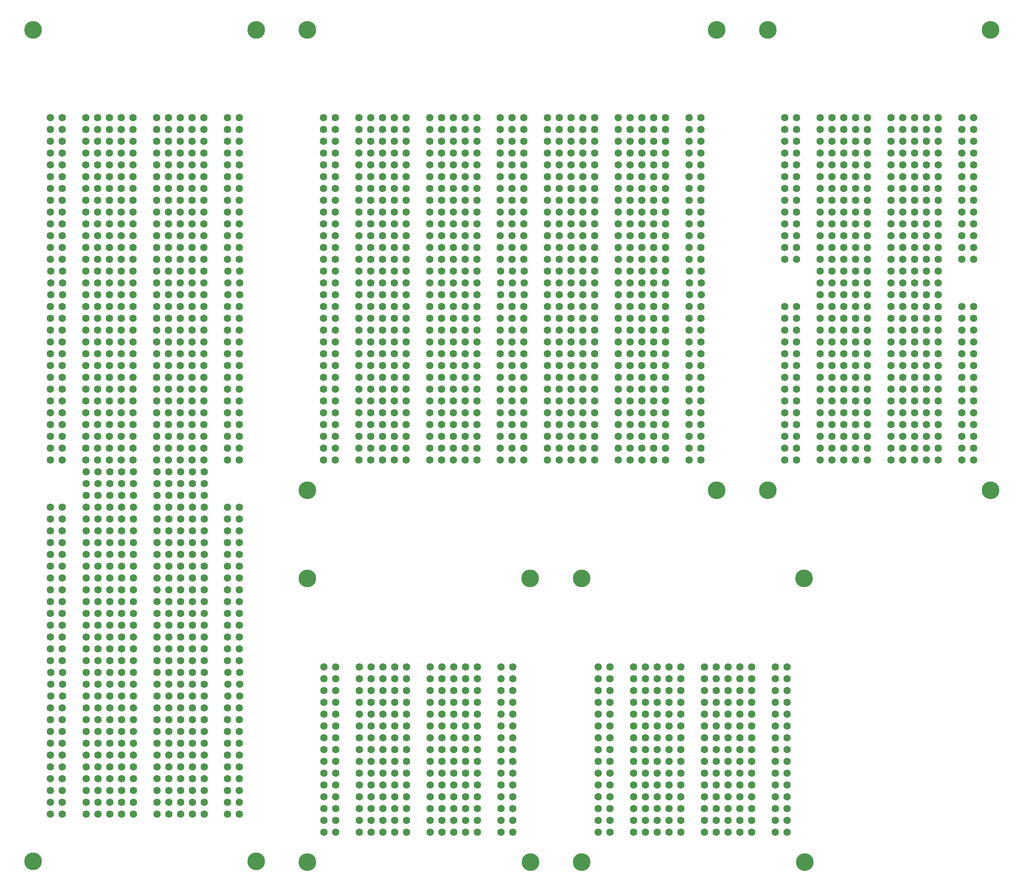
<source format=gbl>
G04 #@! TF.GenerationSoftware,KiCad,Pcbnew,8.0.2*
G04 #@! TF.CreationDate,2024-05-07T14:07:03-06:00*
G04 #@! TF.ProjectId,Perfboard_Panel,50657266-626f-4617-9264-5f50616e656c,rev?*
G04 #@! TF.SameCoordinates,Original*
G04 #@! TF.FileFunction,Copper,L2,Bot*
G04 #@! TF.FilePolarity,Positive*
%FSLAX46Y46*%
G04 Gerber Fmt 4.6, Leading zero omitted, Abs format (unit mm)*
G04 Created by KiCad (PCBNEW 8.0.2) date 2024-05-07 14:07:03*
%MOMM*%
%LPD*%
G01*
G04 APERTURE LIST*
G04 #@! TA.AperFunction,ComponentPad*
%ADD10C,1.600000*%
G04 #@! TD*
G04 #@! TA.AperFunction,ComponentPad*
%ADD11C,2.600000*%
G04 #@! TD*
G04 #@! TA.AperFunction,ConnectorPad*
%ADD12C,3.800000*%
G04 #@! TD*
G04 APERTURE END LIST*
D10*
X107580000Y-105440000D03*
X229700000Y-113040000D03*
X69160000Y-87640000D03*
X140540000Y-118140000D03*
X64140000Y-191780000D03*
X163400000Y-130840000D03*
X64080000Y-133360000D03*
X56460000Y-110500000D03*
X38680000Y-110500000D03*
X196680000Y-138440000D03*
X97420000Y-105440000D03*
X76780000Y-115580000D03*
X61540000Y-123200000D03*
X112660000Y-82580000D03*
X46300000Y-90180000D03*
X69220000Y-174000000D03*
X176100000Y-128300000D03*
X125480000Y-213440000D03*
X51380000Y-69860000D03*
X211920000Y-102880000D03*
X48840000Y-133360000D03*
X211920000Y-77480000D03*
X71760000Y-168920000D03*
X138180000Y-188040000D03*
X125360000Y-125760000D03*
X48840000Y-138440000D03*
X115320000Y-223600000D03*
X184480000Y-195660000D03*
X76780000Y-219720000D03*
X214460000Y-85100000D03*
X76780000Y-92720000D03*
X112660000Y-120680000D03*
X105040000Y-141000000D03*
X69220000Y-191780000D03*
X135640000Y-198200000D03*
X130440000Y-69880000D03*
X107580000Y-95280000D03*
X234780000Y-87640000D03*
X76780000Y-140980000D03*
X237320000Y-92720000D03*
X76780000Y-135900000D03*
X110120000Y-80040000D03*
X211920000Y-115580000D03*
X127900000Y-107980000D03*
X150700000Y-85120000D03*
X176100000Y-125760000D03*
X66680000Y-161300000D03*
X229700000Y-128280000D03*
X229700000Y-85100000D03*
X168480000Y-141000000D03*
X168480000Y-105440000D03*
X237320000Y-133360000D03*
X76780000Y-156220000D03*
X99960000Y-125760000D03*
X197180000Y-213440000D03*
X229700000Y-90180000D03*
X122820000Y-74960000D03*
X120280000Y-80040000D03*
X66680000Y-207020000D03*
X211920000Y-125740000D03*
X234780000Y-69860000D03*
X224620000Y-107960000D03*
X140540000Y-115600000D03*
X110120000Y-107980000D03*
X110120000Y-69880000D03*
X69160000Y-118120000D03*
X171020000Y-125760000D03*
X176100000Y-90200000D03*
X66680000Y-214640000D03*
X122820000Y-118140000D03*
X237320000Y-135900000D03*
X48900000Y-146060000D03*
X64080000Y-87640000D03*
X125360000Y-120680000D03*
D11*
X193000000Y-51000000D03*
D12*
X193000000Y-51000000D03*
D10*
X66680000Y-186700000D03*
X48840000Y-90180000D03*
X153240000Y-90200000D03*
X237320000Y-90180000D03*
X219540000Y-128280000D03*
X150700000Y-133380000D03*
X174320000Y-190580000D03*
X166700000Y-190580000D03*
X219540000Y-138440000D03*
X71760000Y-148600000D03*
X168480000Y-128300000D03*
X148160000Y-125760000D03*
X156540000Y-198200000D03*
X135640000Y-218520000D03*
X105160000Y-215980000D03*
X64080000Y-120660000D03*
X156540000Y-221060000D03*
X64080000Y-123200000D03*
X150700000Y-141000000D03*
X97420000Y-133380000D03*
X148160000Y-69880000D03*
X71700000Y-105420000D03*
X46300000Y-115580000D03*
X125360000Y-85120000D03*
X165940000Y-87660000D03*
X48840000Y-110500000D03*
X165940000Y-74960000D03*
X138000000Y-100360000D03*
X56520000Y-148600000D03*
X153240000Y-87660000D03*
X184480000Y-210900000D03*
X227160000Y-77480000D03*
X66620000Y-69860000D03*
X189560000Y-203280000D03*
X64080000Y-115580000D03*
X128020000Y-198200000D03*
X145620000Y-90200000D03*
X209380000Y-95260000D03*
X130440000Y-105440000D03*
X115200000Y-135920000D03*
X160860000Y-77500000D03*
X64140000Y-189240000D03*
X229700000Y-110500000D03*
X135460000Y-72420000D03*
X76780000Y-74940000D03*
X165940000Y-130840000D03*
X122820000Y-107980000D03*
X61600000Y-166380000D03*
X171020000Y-97820000D03*
X138180000Y-198200000D03*
X56460000Y-115580000D03*
X61600000Y-176540000D03*
X56520000Y-209560000D03*
X127900000Y-74960000D03*
X69160000Y-140980000D03*
X76780000Y-133360000D03*
X171020000Y-69880000D03*
X69220000Y-201940000D03*
X107580000Y-120680000D03*
X53980000Y-171460000D03*
X189560000Y-193120000D03*
X41220000Y-120660000D03*
X56460000Y-100340000D03*
X204300000Y-77480000D03*
X64140000Y-212100000D03*
X105160000Y-208360000D03*
X155780000Y-118140000D03*
X48900000Y-156220000D03*
X209380000Y-100340000D03*
X196680000Y-128280000D03*
X168480000Y-110520000D03*
X165940000Y-69880000D03*
X53920000Y-110500000D03*
X97420000Y-128300000D03*
X171780000Y-195660000D03*
X211920000Y-123200000D03*
X196680000Y-97800000D03*
X166700000Y-215980000D03*
X97540000Y-218520000D03*
X51440000Y-204480000D03*
X138000000Y-92740000D03*
X53920000Y-100340000D03*
X178640000Y-115600000D03*
X130440000Y-128300000D03*
X61540000Y-107960000D03*
X38740000Y-191780000D03*
X107580000Y-138460000D03*
X163400000Y-102900000D03*
X196680000Y-69860000D03*
X66620000Y-125740000D03*
X135460000Y-143540000D03*
X194640000Y-215980000D03*
X110120000Y-120680000D03*
X100080000Y-188040000D03*
X155780000Y-80040000D03*
X229700000Y-80020000D03*
X160860000Y-110520000D03*
X48900000Y-207020000D03*
X169240000Y-218520000D03*
X71700000Y-95260000D03*
X38680000Y-184160000D03*
X229700000Y-72400000D03*
X107700000Y-198200000D03*
X79320000Y-133360000D03*
X209380000Y-118120000D03*
X181940000Y-195660000D03*
X61540000Y-143520000D03*
X155780000Y-72420000D03*
X206840000Y-120660000D03*
X145620000Y-110520000D03*
X150700000Y-100360000D03*
X224620000Y-92720000D03*
X112780000Y-213440000D03*
X224620000Y-125740000D03*
X97420000Y-113060000D03*
X199220000Y-97800000D03*
X237320000Y-130820000D03*
X105040000Y-138460000D03*
X237320000Y-128280000D03*
X159080000Y-188040000D03*
X105040000Y-80040000D03*
X219540000Y-80020000D03*
X214460000Y-138440000D03*
X211920000Y-74940000D03*
X196680000Y-82560000D03*
X197180000Y-193120000D03*
X56520000Y-212100000D03*
X214460000Y-90180000D03*
X153240000Y-92740000D03*
X165940000Y-113060000D03*
X112780000Y-195660000D03*
X51440000Y-146060000D03*
X237320000Y-69860000D03*
X53980000Y-146060000D03*
X120280000Y-107980000D03*
X176100000Y-92740000D03*
X61540000Y-105420000D03*
X64080000Y-143520000D03*
X130560000Y-208360000D03*
X206840000Y-123200000D03*
X196680000Y-87640000D03*
X125360000Y-87660000D03*
X112660000Y-141000000D03*
X38680000Y-80020000D03*
X166700000Y-213440000D03*
X41220000Y-133360000D03*
X69220000Y-171460000D03*
X138000000Y-87660000D03*
X153240000Y-118140000D03*
X51440000Y-184160000D03*
X138000000Y-138460000D03*
X153240000Y-130840000D03*
X100080000Y-200740000D03*
X187020000Y-193120000D03*
X204300000Y-90180000D03*
X120280000Y-113060000D03*
X163400000Y-74960000D03*
X214460000Y-95260000D03*
X160860000Y-80040000D03*
X148160000Y-107980000D03*
X66620000Y-80020000D03*
X107580000Y-128300000D03*
X122820000Y-72420000D03*
X174320000Y-208360000D03*
X234780000Y-80020000D03*
X168480000Y-143540000D03*
X209380000Y-130820000D03*
X38680000Y-82560000D03*
D11*
X94000000Y-169000000D03*
D12*
X94000000Y-169000000D03*
D10*
X214460000Y-135900000D03*
X110240000Y-218520000D03*
X128020000Y-210900000D03*
X153240000Y-97820000D03*
X163400000Y-105440000D03*
X163400000Y-100360000D03*
X196680000Y-72400000D03*
X76780000Y-181620000D03*
X219540000Y-95260000D03*
X100080000Y-195660000D03*
X184480000Y-221060000D03*
X110120000Y-95280000D03*
X112660000Y-85120000D03*
X224620000Y-97800000D03*
X61540000Y-125740000D03*
X214460000Y-110500000D03*
X56460000Y-77480000D03*
X169240000Y-198200000D03*
X53920000Y-128280000D03*
X138180000Y-215980000D03*
X79320000Y-115580000D03*
X211920000Y-100340000D03*
X159080000Y-205820000D03*
X79320000Y-92720000D03*
X48900000Y-171460000D03*
X165940000Y-97820000D03*
X125480000Y-210900000D03*
X112780000Y-205820000D03*
X105160000Y-193120000D03*
X51380000Y-107960000D03*
X112660000Y-97820000D03*
X56460000Y-69860000D03*
X56460000Y-74940000D03*
X51380000Y-143520000D03*
X46300000Y-72400000D03*
D11*
X94000000Y-230000000D03*
D12*
X94000000Y-230000000D03*
D10*
X56520000Y-146060000D03*
X206840000Y-110500000D03*
X112660000Y-107980000D03*
X46300000Y-133360000D03*
X51440000Y-194320000D03*
X127900000Y-105440000D03*
X153240000Y-123220000D03*
X166700000Y-208360000D03*
X46300000Y-110500000D03*
X99960000Y-92740000D03*
X115200000Y-130840000D03*
X224620000Y-100340000D03*
X179400000Y-188040000D03*
X64080000Y-102880000D03*
X120400000Y-205820000D03*
X97540000Y-210900000D03*
X51380000Y-74940000D03*
X206840000Y-135900000D03*
X112660000Y-135920000D03*
X122940000Y-193120000D03*
X169240000Y-188040000D03*
X150700000Y-135920000D03*
X69220000Y-166380000D03*
X204300000Y-143520000D03*
X99960000Y-133380000D03*
X99960000Y-120680000D03*
X41220000Y-168920000D03*
X204300000Y-72400000D03*
X38680000Y-97800000D03*
X229700000Y-77480000D03*
X38680000Y-87640000D03*
X56520000Y-166380000D03*
X125480000Y-200740000D03*
X53920000Y-69860000D03*
X41280000Y-105420000D03*
X120400000Y-190580000D03*
X105160000Y-190580000D03*
X179400000Y-223600000D03*
X61600000Y-148600000D03*
X122820000Y-87660000D03*
X229700000Y-102880000D03*
X184480000Y-218520000D03*
X41280000Y-194320000D03*
X130440000Y-97820000D03*
X229700000Y-105420000D03*
X135640000Y-210900000D03*
X127900000Y-69880000D03*
X105160000Y-200740000D03*
X48900000Y-191780000D03*
X48900000Y-153680000D03*
X41220000Y-201940000D03*
X122940000Y-221060000D03*
X66620000Y-113040000D03*
X97420000Y-118140000D03*
X214460000Y-80020000D03*
X115320000Y-198200000D03*
X199220000Y-135900000D03*
X164160000Y-210900000D03*
X145620000Y-87660000D03*
X99960000Y-90200000D03*
X181940000Y-221060000D03*
X171780000Y-190580000D03*
X110240000Y-215980000D03*
X153240000Y-115600000D03*
X199220000Y-118120000D03*
X112780000Y-198200000D03*
X194640000Y-210900000D03*
X199220000Y-77480000D03*
X130440000Y-100360000D03*
X130440000Y-113060000D03*
X56520000Y-196860000D03*
X105160000Y-210900000D03*
X110120000Y-113060000D03*
X53980000Y-209560000D03*
X64080000Y-130820000D03*
X69220000Y-156220000D03*
X237320000Y-82560000D03*
X159080000Y-218520000D03*
X66620000Y-85100000D03*
X197180000Y-218520000D03*
D11*
X83000000Y-229880000D03*
D12*
X83000000Y-229880000D03*
D10*
X105040000Y-113060000D03*
X156540000Y-188040000D03*
X115200000Y-97820000D03*
X41220000Y-113040000D03*
X71700000Y-72400000D03*
X125480000Y-218520000D03*
X229700000Y-130820000D03*
X61600000Y-184160000D03*
X64140000Y-168920000D03*
X153240000Y-110520000D03*
X125480000Y-203280000D03*
X237320000Y-118120000D03*
X209380000Y-102880000D03*
X227160000Y-120660000D03*
X214460000Y-102880000D03*
X194640000Y-213440000D03*
X138060000Y-105440000D03*
X211920000Y-85100000D03*
X97420000Y-123220000D03*
X165940000Y-138460000D03*
X110120000Y-133380000D03*
X148160000Y-105440000D03*
X125480000Y-195660000D03*
X171780000Y-221060000D03*
X51440000Y-161300000D03*
X53980000Y-151140000D03*
X76780000Y-209560000D03*
X64140000Y-214640000D03*
X99960000Y-72420000D03*
X222080000Y-82560000D03*
X53980000Y-163840000D03*
X38680000Y-92720000D03*
X181940000Y-215980000D03*
X41220000Y-74940000D03*
X56460000Y-72400000D03*
X219540000Y-77480000D03*
X46360000Y-196860000D03*
X153240000Y-143540000D03*
X51380000Y-85100000D03*
X187020000Y-215980000D03*
D12*
X182000000Y-51000000D03*
D11*
X182000000Y-51000000D03*
D10*
X227160000Y-135900000D03*
X178640000Y-118140000D03*
X38680000Y-130820000D03*
X181940000Y-208360000D03*
X197180000Y-205820000D03*
X168480000Y-87660000D03*
X71760000Y-171460000D03*
X79320000Y-87640000D03*
X53920000Y-82560000D03*
X105040000Y-90200000D03*
X168480000Y-120680000D03*
X69160000Y-72400000D03*
D11*
X193000000Y-150000000D03*
D12*
X193000000Y-150000000D03*
D10*
X127900000Y-77500000D03*
X176100000Y-69880000D03*
X145620000Y-107980000D03*
X66620000Y-77480000D03*
X79380000Y-189240000D03*
X214460000Y-115580000D03*
X71760000Y-176540000D03*
X48840000Y-82560000D03*
X56520000Y-156220000D03*
X127900000Y-87660000D03*
X160860000Y-107980000D03*
X128020000Y-208360000D03*
X79380000Y-194320000D03*
X38680000Y-168920000D03*
X41220000Y-143520000D03*
X227160000Y-123200000D03*
X160860000Y-133380000D03*
X38680000Y-204480000D03*
X150700000Y-102900000D03*
X168480000Y-80040000D03*
X169240000Y-200740000D03*
X222080000Y-135900000D03*
X224620000Y-110500000D03*
X150700000Y-113060000D03*
X61540000Y-133360000D03*
X76780000Y-163840000D03*
X51380000Y-135900000D03*
X107700000Y-195660000D03*
X41220000Y-166380000D03*
X166700000Y-223600000D03*
X61540000Y-77480000D03*
X112780000Y-188040000D03*
X176100000Y-74960000D03*
X227160000Y-102880000D03*
X234780000Y-140980000D03*
X130560000Y-200740000D03*
X71700000Y-69860000D03*
X41220000Y-171460000D03*
X115200000Y-110520000D03*
X153240000Y-72420000D03*
X48840000Y-130820000D03*
X41220000Y-85100000D03*
X120280000Y-110520000D03*
X48900000Y-176540000D03*
X209380000Y-80020000D03*
X178700000Y-102900000D03*
X56460000Y-113040000D03*
X140540000Y-97820000D03*
X127900000Y-135920000D03*
X150700000Y-69880000D03*
X71760000Y-196860000D03*
X135460000Y-97820000D03*
X53920000Y-80020000D03*
X148160000Y-141000000D03*
X53980000Y-179080000D03*
X38680000Y-199400000D03*
X199220000Y-80020000D03*
X140600000Y-105440000D03*
X76840000Y-194320000D03*
X155780000Y-128300000D03*
X156540000Y-190580000D03*
X204300000Y-110500000D03*
X179400000Y-208360000D03*
X76780000Y-158760000D03*
X46300000Y-140980000D03*
X97540000Y-200740000D03*
X153240000Y-80040000D03*
X79320000Y-174000000D03*
X209380000Y-123200000D03*
X199220000Y-138440000D03*
X160860000Y-128300000D03*
X204300000Y-69860000D03*
X155780000Y-69880000D03*
X209380000Y-87640000D03*
X174320000Y-210900000D03*
X140540000Y-87660000D03*
X214460000Y-82560000D03*
X76780000Y-85100000D03*
X105040000Y-143540000D03*
X204300000Y-140980000D03*
X100080000Y-215980000D03*
X135460000Y-69880000D03*
X194640000Y-188040000D03*
X127900000Y-130840000D03*
X71760000Y-219720000D03*
X41220000Y-196860000D03*
X153240000Y-105440000D03*
X224620000Y-143520000D03*
X125360000Y-74960000D03*
X46300000Y-87640000D03*
X211920000Y-95260000D03*
X176100000Y-110520000D03*
X79320000Y-95260000D03*
X79320000Y-74940000D03*
X46360000Y-171460000D03*
X130440000Y-102900000D03*
X168480000Y-72420000D03*
X237320000Y-138440000D03*
X155780000Y-133380000D03*
X166700000Y-205820000D03*
X196680000Y-123200000D03*
X168480000Y-130840000D03*
X71700000Y-130820000D03*
X107580000Y-69880000D03*
X56520000Y-219720000D03*
X110120000Y-110520000D03*
X163400000Y-107980000D03*
X107700000Y-188040000D03*
X120280000Y-125760000D03*
X61600000Y-161300000D03*
X145620000Y-85120000D03*
X125360000Y-100360000D03*
X76780000Y-110500000D03*
X46360000Y-161300000D03*
X138000000Y-110520000D03*
X222080000Y-105420000D03*
X125360000Y-77500000D03*
X79380000Y-102880000D03*
X112660000Y-102900000D03*
X206840000Y-133360000D03*
X165940000Y-80040000D03*
X69220000Y-176540000D03*
X130440000Y-85120000D03*
X229700000Y-100340000D03*
X209380000Y-110500000D03*
X105040000Y-100360000D03*
X56520000Y-158760000D03*
X155780000Y-115600000D03*
X112660000Y-77500000D03*
X53980000Y-158760000D03*
X135640000Y-221060000D03*
X97540000Y-215980000D03*
X41220000Y-123200000D03*
X107580000Y-125760000D03*
X110120000Y-143540000D03*
X107700000Y-205820000D03*
X234780000Y-135900000D03*
X69160000Y-110500000D03*
X222080000Y-110500000D03*
X138180000Y-221060000D03*
X46360000Y-191780000D03*
X38680000Y-95260000D03*
X115200000Y-141000000D03*
X148160000Y-130840000D03*
X168480000Y-69880000D03*
X138180000Y-193120000D03*
X48840000Y-113040000D03*
X71700000Y-113040000D03*
X127900000Y-110520000D03*
X155780000Y-74960000D03*
D11*
X142000000Y-230000000D03*
D12*
X142000000Y-230000000D03*
D10*
X66680000Y-158760000D03*
X234780000Y-120660000D03*
X148160000Y-90200000D03*
X145620000Y-69880000D03*
X46300000Y-95260000D03*
X171780000Y-198200000D03*
X71760000Y-217180000D03*
X211920000Y-87640000D03*
X51380000Y-125740000D03*
X135520000Y-107980000D03*
X148160000Y-143540000D03*
X38680000Y-163840000D03*
X234780000Y-118120000D03*
X159080000Y-203280000D03*
X48840000Y-120660000D03*
X156540000Y-215980000D03*
X64080000Y-140980000D03*
X99960000Y-102900000D03*
X120280000Y-123220000D03*
X51380000Y-123200000D03*
X115200000Y-113060000D03*
X160860000Y-143540000D03*
X150700000Y-130840000D03*
X128020000Y-205820000D03*
X181940000Y-205820000D03*
X237320000Y-97800000D03*
X97540000Y-190580000D03*
X155780000Y-123220000D03*
X227160000Y-69860000D03*
X110120000Y-141000000D03*
X51380000Y-115580000D03*
X122820000Y-82580000D03*
X120280000Y-115600000D03*
X61600000Y-181620000D03*
X229700000Y-125740000D03*
X110240000Y-200740000D03*
X64140000Y-176540000D03*
X178640000Y-90200000D03*
X41220000Y-90180000D03*
X194640000Y-223600000D03*
X135460000Y-92740000D03*
X153240000Y-120680000D03*
X155780000Y-130840000D03*
X97540000Y-195660000D03*
X222080000Y-107960000D03*
X53920000Y-135900000D03*
X163400000Y-80040000D03*
X237320000Y-113040000D03*
X178640000Y-113060000D03*
X187020000Y-208360000D03*
X51380000Y-77480000D03*
X48900000Y-199400000D03*
X127900000Y-80040000D03*
X176100000Y-133380000D03*
X138180000Y-190580000D03*
X171020000Y-72420000D03*
X61600000Y-191780000D03*
X234780000Y-115580000D03*
X197180000Y-190580000D03*
X48840000Y-80020000D03*
X56520000Y-214640000D03*
X38740000Y-107960000D03*
X99960000Y-95280000D03*
X48840000Y-105420000D03*
X127900000Y-82580000D03*
X38680000Y-153680000D03*
X194640000Y-198200000D03*
X56520000Y-171460000D03*
X199220000Y-110500000D03*
X169240000Y-208360000D03*
X38680000Y-138440000D03*
X97420000Y-120680000D03*
X125360000Y-69880000D03*
X112660000Y-143540000D03*
X199220000Y-72400000D03*
X110240000Y-208360000D03*
X61600000Y-151140000D03*
X53920000Y-120660000D03*
X130440000Y-115600000D03*
X155780000Y-107980000D03*
X112780000Y-200740000D03*
X79320000Y-209560000D03*
X150700000Y-80040000D03*
X38680000Y-186700000D03*
X107580000Y-115600000D03*
X41220000Y-130820000D03*
X125360000Y-113060000D03*
X71760000Y-153680000D03*
X168480000Y-77500000D03*
X41220000Y-128280000D03*
X229700000Y-69860000D03*
X125360000Y-105440000D03*
X79320000Y-110500000D03*
X127900000Y-100360000D03*
X199220000Y-92720000D03*
X79320000Y-214640000D03*
X204300000Y-100340000D03*
X41220000Y-100340000D03*
X61600000Y-163840000D03*
X38740000Y-189240000D03*
X199220000Y-82560000D03*
X168480000Y-125760000D03*
X237320000Y-74940000D03*
X189560000Y-190580000D03*
X178640000Y-143540000D03*
X115320000Y-208360000D03*
X214460000Y-97800000D03*
X61600000Y-196860000D03*
X100080000Y-213440000D03*
X120280000Y-133380000D03*
X115320000Y-205820000D03*
X122940000Y-213440000D03*
X128020000Y-218520000D03*
X227160000Y-87640000D03*
X138000000Y-128300000D03*
X156540000Y-195660000D03*
X135640000Y-193120000D03*
X204300000Y-128280000D03*
X48840000Y-74940000D03*
X38680000Y-90180000D03*
X53920000Y-77480000D03*
X227160000Y-128280000D03*
X110240000Y-190580000D03*
X169240000Y-193120000D03*
X168480000Y-135920000D03*
X219540000Y-110500000D03*
X178640000Y-110520000D03*
X125360000Y-138460000D03*
X48900000Y-186700000D03*
X64080000Y-82560000D03*
X105160000Y-205820000D03*
X97420000Y-115600000D03*
X125360000Y-130840000D03*
X187020000Y-205820000D03*
X171020000Y-135920000D03*
X71760000Y-181620000D03*
X79320000Y-90180000D03*
X76780000Y-130820000D03*
X148160000Y-133380000D03*
X125360000Y-133380000D03*
X138180000Y-200740000D03*
X148160000Y-110520000D03*
X97420000Y-80040000D03*
X214460000Y-123200000D03*
X76840000Y-102880000D03*
X155780000Y-100360000D03*
X176100000Y-143540000D03*
X79320000Y-217180000D03*
X122820000Y-141000000D03*
X168480000Y-113060000D03*
X120280000Y-143540000D03*
X38680000Y-196860000D03*
X56520000Y-181620000D03*
X120400000Y-193120000D03*
X122820000Y-115600000D03*
X237320000Y-143520000D03*
X110120000Y-74960000D03*
X150700000Y-138460000D03*
X150700000Y-72420000D03*
X145620000Y-125760000D03*
X69220000Y-207020000D03*
X110120000Y-138460000D03*
X196680000Y-80020000D03*
X71700000Y-97800000D03*
X234780000Y-85100000D03*
X115320000Y-218520000D03*
X135460000Y-85120000D03*
X178640000Y-135920000D03*
X115320000Y-193120000D03*
X122820000Y-133380000D03*
X69160000Y-128280000D03*
X150700000Y-143540000D03*
X135520000Y-105440000D03*
X155780000Y-135920000D03*
X125480000Y-205820000D03*
X127900000Y-138460000D03*
X48900000Y-214640000D03*
X76840000Y-191780000D03*
X194640000Y-195660000D03*
X79320000Y-85100000D03*
X222080000Y-102880000D03*
X53980000Y-199400000D03*
X56520000Y-199400000D03*
X153240000Y-102900000D03*
X229700000Y-135900000D03*
X171780000Y-205820000D03*
X69220000Y-217180000D03*
X160860000Y-105440000D03*
X115200000Y-80040000D03*
X64080000Y-95260000D03*
X160860000Y-118140000D03*
X166700000Y-203280000D03*
X53920000Y-92720000D03*
X64140000Y-184160000D03*
X120280000Y-100360000D03*
X181940000Y-203280000D03*
X171020000Y-128300000D03*
X165940000Y-120680000D03*
X115200000Y-72420000D03*
X115200000Y-143540000D03*
X224620000Y-77480000D03*
X120280000Y-82580000D03*
X61600000Y-219720000D03*
X138000000Y-133380000D03*
X41220000Y-135900000D03*
X76780000Y-80020000D03*
X130440000Y-74960000D03*
X206840000Y-115580000D03*
X64080000Y-118120000D03*
X38680000Y-143520000D03*
X115200000Y-133380000D03*
X189560000Y-188040000D03*
X150700000Y-90200000D03*
X115200000Y-118140000D03*
X160860000Y-85120000D03*
X219540000Y-118120000D03*
X105040000Y-72420000D03*
X130560000Y-188040000D03*
X211920000Y-107960000D03*
X174320000Y-218520000D03*
X163400000Y-135920000D03*
X61600000Y-204480000D03*
X179400000Y-210900000D03*
X199220000Y-133360000D03*
X237320000Y-95260000D03*
X122820000Y-135920000D03*
X150700000Y-105440000D03*
X115200000Y-138460000D03*
X38680000Y-118120000D03*
X176160000Y-102900000D03*
X97420000Y-135920000D03*
X179400000Y-218520000D03*
X234780000Y-125740000D03*
X79320000Y-207020000D03*
X178640000Y-92740000D03*
X120280000Y-118140000D03*
X178640000Y-130840000D03*
X206840000Y-113040000D03*
X219540000Y-97800000D03*
X145620000Y-77500000D03*
X135460000Y-141000000D03*
X234780000Y-77480000D03*
X71700000Y-87640000D03*
X76780000Y-161300000D03*
X46360000Y-168920000D03*
X138180000Y-203280000D03*
X171020000Y-82580000D03*
X130560000Y-210900000D03*
X122940000Y-195660000D03*
X178640000Y-133380000D03*
X38680000Y-158760000D03*
X107700000Y-218520000D03*
X181940000Y-223600000D03*
X76780000Y-184160000D03*
X214460000Y-87640000D03*
X197180000Y-195660000D03*
X196680000Y-77480000D03*
X99960000Y-77500000D03*
X171780000Y-188040000D03*
X227160000Y-110500000D03*
X61540000Y-100340000D03*
X150700000Y-115600000D03*
X214460000Y-143520000D03*
X66620000Y-128280000D03*
X76840000Y-189240000D03*
X46360000Y-199400000D03*
X153240000Y-77500000D03*
X112660000Y-125760000D03*
X130560000Y-195660000D03*
X189560000Y-200740000D03*
X199220000Y-130820000D03*
X160860000Y-125760000D03*
X176160000Y-105440000D03*
X171020000Y-100360000D03*
X130440000Y-80040000D03*
X41220000Y-219720000D03*
X64140000Y-219720000D03*
X107700000Y-223600000D03*
X79320000Y-176540000D03*
X209380000Y-125740000D03*
X194640000Y-203280000D03*
X79320000Y-80020000D03*
X138000000Y-118140000D03*
X194640000Y-218520000D03*
X66680000Y-176540000D03*
X176160000Y-107980000D03*
X112660000Y-90200000D03*
X64080000Y-107960000D03*
X41220000Y-199400000D03*
X99960000Y-135920000D03*
X140540000Y-80040000D03*
X196680000Y-110500000D03*
X115200000Y-85120000D03*
X227160000Y-82560000D03*
X51380000Y-72400000D03*
X148160000Y-118140000D03*
X66680000Y-171460000D03*
X148160000Y-82580000D03*
X140540000Y-128300000D03*
X64140000Y-181620000D03*
X56520000Y-153680000D03*
X76780000Y-120660000D03*
X165940000Y-72420000D03*
X105040000Y-74960000D03*
X211920000Y-133360000D03*
X196680000Y-143520000D03*
X110240000Y-195660000D03*
X112660000Y-95280000D03*
X196680000Y-90180000D03*
X219540000Y-135900000D03*
X38680000Y-133360000D03*
X100080000Y-210900000D03*
X229700000Y-143520000D03*
X41220000Y-217180000D03*
X155780000Y-110520000D03*
X71700000Y-82560000D03*
X178640000Y-141000000D03*
X214460000Y-77480000D03*
X214460000Y-74940000D03*
X206840000Y-87640000D03*
X135460000Y-87660000D03*
X227160000Y-72400000D03*
X79320000Y-72400000D03*
X66680000Y-189240000D03*
X120280000Y-77500000D03*
X130440000Y-123220000D03*
X64080000Y-74940000D03*
X153240000Y-69880000D03*
X166700000Y-198200000D03*
X125480000Y-215980000D03*
X224620000Y-133360000D03*
X110240000Y-210900000D03*
X145620000Y-113060000D03*
X187020000Y-218520000D03*
X66620000Y-92720000D03*
X127900000Y-85120000D03*
X214460000Y-107960000D03*
X71700000Y-102880000D03*
X166700000Y-195660000D03*
X165940000Y-128300000D03*
X46300000Y-77480000D03*
X204300000Y-105420000D03*
X206840000Y-130820000D03*
X159080000Y-190580000D03*
X135460000Y-115600000D03*
X211920000Y-92720000D03*
X130440000Y-141000000D03*
X127900000Y-141000000D03*
X69160000Y-85100000D03*
X234780000Y-95260000D03*
X69160000Y-125740000D03*
X38680000Y-212100000D03*
X69160000Y-80020000D03*
X196680000Y-133360000D03*
X105160000Y-195660000D03*
X138180000Y-210900000D03*
X76780000Y-123200000D03*
X174320000Y-188040000D03*
X71700000Y-135900000D03*
X206840000Y-69860000D03*
X181940000Y-210900000D03*
X61600000Y-217180000D03*
X229700000Y-138440000D03*
X204300000Y-118120000D03*
X197180000Y-210900000D03*
X110120000Y-135920000D03*
X105040000Y-120680000D03*
X105040000Y-123220000D03*
X130440000Y-107980000D03*
X222080000Y-77480000D03*
X153240000Y-128300000D03*
X148160000Y-128300000D03*
X219540000Y-87640000D03*
X56520000Y-176540000D03*
X176100000Y-113060000D03*
X171020000Y-92740000D03*
X140540000Y-74960000D03*
X176100000Y-87660000D03*
X46300000Y-125740000D03*
X179400000Y-198200000D03*
X56460000Y-87640000D03*
X105040000Y-105440000D03*
X69220000Y-196860000D03*
X99960000Y-138460000D03*
X79320000Y-168920000D03*
X187020000Y-223600000D03*
X171020000Y-110520000D03*
X196680000Y-113040000D03*
X56460000Y-102880000D03*
X38680000Y-85100000D03*
X138000000Y-135920000D03*
X135640000Y-208360000D03*
X222080000Y-85100000D03*
X61540000Y-102880000D03*
X97420000Y-77500000D03*
X79380000Y-107960000D03*
X163400000Y-72420000D03*
X135460000Y-120680000D03*
X53980000Y-148600000D03*
X53920000Y-140980000D03*
X171780000Y-213440000D03*
X165940000Y-77500000D03*
X130440000Y-138460000D03*
X46360000Y-186700000D03*
X209380000Y-113040000D03*
X224620000Y-87640000D03*
X168480000Y-115600000D03*
X56520000Y-186700000D03*
X148160000Y-120680000D03*
X48900000Y-219720000D03*
X138000000Y-97820000D03*
X165940000Y-90200000D03*
X76780000Y-171460000D03*
X178640000Y-80040000D03*
X219540000Y-69860000D03*
X165940000Y-92740000D03*
X115200000Y-87660000D03*
X110120000Y-87660000D03*
X71700000Y-128280000D03*
X174320000Y-195660000D03*
X171020000Y-105440000D03*
X69160000Y-92720000D03*
X122820000Y-125760000D03*
X61540000Y-110500000D03*
X53980000Y-156220000D03*
X64140000Y-209560000D03*
X110120000Y-97820000D03*
X222080000Y-97800000D03*
X165940000Y-82580000D03*
X46360000Y-156220000D03*
X115200000Y-105440000D03*
X115200000Y-92740000D03*
X38680000Y-214640000D03*
X76780000Y-95260000D03*
X48840000Y-140980000D03*
X53920000Y-125740000D03*
X145620000Y-123220000D03*
X66620000Y-107960000D03*
X148160000Y-95280000D03*
X163400000Y-128300000D03*
X159080000Y-198200000D03*
X107580000Y-74960000D03*
X156540000Y-193120000D03*
X130440000Y-82580000D03*
X209380000Y-82560000D03*
X105160000Y-223600000D03*
X110120000Y-85120000D03*
X51380000Y-102880000D03*
X178700000Y-105440000D03*
X51380000Y-113040000D03*
X197180000Y-200740000D03*
X187020000Y-198200000D03*
X234780000Y-130820000D03*
X61600000Y-189240000D03*
X69220000Y-163840000D03*
X148160000Y-77500000D03*
X99960000Y-128300000D03*
X159080000Y-193120000D03*
X138000000Y-141000000D03*
X53920000Y-90180000D03*
X127900000Y-90200000D03*
X48900000Y-217180000D03*
X41220000Y-97800000D03*
X153240000Y-85120000D03*
X66680000Y-217180000D03*
X105040000Y-130840000D03*
X130440000Y-90200000D03*
X66680000Y-184160000D03*
X100080000Y-208360000D03*
X41280000Y-191780000D03*
X138000000Y-95280000D03*
X48900000Y-158760000D03*
X211920000Y-69860000D03*
X79320000Y-153680000D03*
X179400000Y-190580000D03*
X130560000Y-190580000D03*
X224620000Y-72400000D03*
X38680000Y-77480000D03*
X234780000Y-90180000D03*
X79320000Y-128280000D03*
X160860000Y-102900000D03*
X135640000Y-203280000D03*
X155780000Y-85120000D03*
X112780000Y-203280000D03*
X56460000Y-133360000D03*
X156540000Y-205820000D03*
X112660000Y-87660000D03*
X53920000Y-133360000D03*
X171020000Y-118140000D03*
X189560000Y-221060000D03*
X178640000Y-125760000D03*
X64140000Y-146060000D03*
X64140000Y-196860000D03*
X76780000Y-204480000D03*
X53980000Y-217180000D03*
X76780000Y-217180000D03*
X211920000Y-72400000D03*
X76780000Y-82560000D03*
X41220000Y-214640000D03*
X163400000Y-143540000D03*
X100080000Y-203280000D03*
X56460000Y-90180000D03*
X211920000Y-80020000D03*
X135460000Y-82580000D03*
X171780000Y-208360000D03*
X115320000Y-188040000D03*
X214460000Y-105420000D03*
X171020000Y-123220000D03*
X128020000Y-215980000D03*
D11*
X241000000Y-150000000D03*
D12*
X241000000Y-150000000D03*
D10*
X69160000Y-97800000D03*
X219540000Y-130820000D03*
X130560000Y-198200000D03*
X69160000Y-113040000D03*
X51440000Y-176540000D03*
X135460000Y-135920000D03*
X115320000Y-215980000D03*
X196680000Y-140980000D03*
X222080000Y-143520000D03*
X165940000Y-133380000D03*
X56520000Y-179080000D03*
X56520000Y-207020000D03*
X219540000Y-125740000D03*
X69160000Y-135900000D03*
X110240000Y-193120000D03*
X122820000Y-120680000D03*
X178640000Y-82580000D03*
X153240000Y-133380000D03*
X130440000Y-133380000D03*
X79320000Y-123200000D03*
X153240000Y-125760000D03*
X163400000Y-85120000D03*
X51380000Y-105420000D03*
X120400000Y-198200000D03*
X168480000Y-92740000D03*
X51380000Y-100340000D03*
X155780000Y-143540000D03*
X127900000Y-95280000D03*
X71700000Y-125740000D03*
X125360000Y-92740000D03*
X100080000Y-205820000D03*
X145620000Y-105440000D03*
X38680000Y-166380000D03*
X227160000Y-140980000D03*
X168480000Y-123220000D03*
X138000000Y-143540000D03*
X122820000Y-97820000D03*
X120280000Y-69880000D03*
X130560000Y-221060000D03*
X159080000Y-215980000D03*
X224620000Y-69860000D03*
X61600000Y-168920000D03*
X66620000Y-95260000D03*
X222080000Y-100340000D03*
X112660000Y-123220000D03*
X69160000Y-74940000D03*
X112780000Y-221060000D03*
X130440000Y-92740000D03*
X97540000Y-193120000D03*
X127900000Y-102900000D03*
X66620000Y-82560000D03*
X234780000Y-82560000D03*
X110120000Y-123220000D03*
X53920000Y-123200000D03*
X79320000Y-69860000D03*
X229700000Y-95260000D03*
X184480000Y-208360000D03*
X71700000Y-120660000D03*
X41280000Y-102880000D03*
X69160000Y-82560000D03*
X163400000Y-123220000D03*
X148160000Y-135920000D03*
X148160000Y-102900000D03*
X71760000Y-201940000D03*
X79320000Y-82560000D03*
X79320000Y-199400000D03*
X214460000Y-133360000D03*
X209380000Y-85100000D03*
X234780000Y-97800000D03*
X153240000Y-74960000D03*
X127900000Y-115600000D03*
X148160000Y-97820000D03*
X171020000Y-130840000D03*
X227160000Y-113040000D03*
X209380000Y-140980000D03*
X125360000Y-80040000D03*
X105040000Y-85120000D03*
X76780000Y-138440000D03*
X97420000Y-141000000D03*
X79320000Y-77480000D03*
X211920000Y-118120000D03*
X219540000Y-140980000D03*
X100080000Y-190580000D03*
X61540000Y-97800000D03*
X38680000Y-219720000D03*
X105160000Y-213440000D03*
X112780000Y-218520000D03*
X51440000Y-163840000D03*
X179400000Y-200740000D03*
X46360000Y-148600000D03*
X179400000Y-205820000D03*
X46360000Y-153680000D03*
X66680000Y-219720000D03*
X222080000Y-95260000D03*
X219540000Y-115580000D03*
X199220000Y-95260000D03*
X127900000Y-125760000D03*
X97420000Y-97820000D03*
X204300000Y-113040000D03*
X112660000Y-110520000D03*
X64080000Y-138440000D03*
X53980000Y-166380000D03*
X48840000Y-72400000D03*
X48900000Y-166380000D03*
X135640000Y-215980000D03*
X61600000Y-212100000D03*
X181940000Y-213440000D03*
X187020000Y-203280000D03*
X115320000Y-213440000D03*
X99960000Y-100360000D03*
X120400000Y-200740000D03*
X56520000Y-151140000D03*
X38680000Y-69860000D03*
X69220000Y-146060000D03*
X122940000Y-188040000D03*
X61540000Y-90180000D03*
X64140000Y-156220000D03*
X138000000Y-123220000D03*
X105040000Y-115600000D03*
X169240000Y-205820000D03*
X224620000Y-82560000D03*
X51440000Y-171460000D03*
X76840000Y-107960000D03*
X176100000Y-77500000D03*
X112660000Y-92740000D03*
X128020000Y-213440000D03*
X138000000Y-69880000D03*
X64140000Y-158760000D03*
X227160000Y-95260000D03*
X189560000Y-210900000D03*
X140540000Y-110520000D03*
X41220000Y-153680000D03*
X69220000Y-151140000D03*
X66620000Y-123200000D03*
X184480000Y-190580000D03*
X53980000Y-219720000D03*
X76780000Y-179080000D03*
X69160000Y-123200000D03*
X163400000Y-97820000D03*
X38740000Y-194320000D03*
X224620000Y-102880000D03*
X174320000Y-198200000D03*
X69220000Y-212100000D03*
X71760000Y-204480000D03*
X150700000Y-107980000D03*
X51440000Y-156220000D03*
X64140000Y-161300000D03*
X140540000Y-143540000D03*
X112780000Y-210900000D03*
X71700000Y-140980000D03*
X97420000Y-90200000D03*
X38680000Y-74940000D03*
X97540000Y-205820000D03*
X76780000Y-186700000D03*
X130560000Y-203280000D03*
X110120000Y-115600000D03*
X229700000Y-87640000D03*
X41220000Y-118120000D03*
X159080000Y-210900000D03*
X112660000Y-69880000D03*
X122820000Y-130840000D03*
X184480000Y-203280000D03*
X176100000Y-123220000D03*
X189560000Y-195660000D03*
X135460000Y-80040000D03*
X46360000Y-176540000D03*
X145620000Y-80040000D03*
X164160000Y-198200000D03*
X71700000Y-143520000D03*
X138000000Y-115600000D03*
X206840000Y-95260000D03*
X66680000Y-153680000D03*
X164160000Y-208360000D03*
X76780000Y-176540000D03*
X176100000Y-120680000D03*
X46360000Y-174000000D03*
X153240000Y-138460000D03*
X110120000Y-77500000D03*
X46300000Y-105420000D03*
X48900000Y-161300000D03*
X204300000Y-85100000D03*
X38680000Y-171460000D03*
X120280000Y-92740000D03*
X48900000Y-196860000D03*
X148160000Y-80040000D03*
X66680000Y-156220000D03*
X194640000Y-193120000D03*
X105040000Y-92740000D03*
X130440000Y-95280000D03*
X140540000Y-130840000D03*
X209380000Y-133360000D03*
X138000000Y-130840000D03*
X219540000Y-74940000D03*
X159080000Y-208360000D03*
X46360000Y-212100000D03*
X209380000Y-92720000D03*
X66620000Y-118120000D03*
X48840000Y-100340000D03*
X71760000Y-184160000D03*
X209380000Y-128280000D03*
X61540000Y-128280000D03*
X163400000Y-138460000D03*
X69160000Y-100340000D03*
X128020000Y-188040000D03*
X130440000Y-143540000D03*
X165940000Y-141000000D03*
X46300000Y-100340000D03*
X206840000Y-74940000D03*
X224620000Y-118120000D03*
X130440000Y-120680000D03*
X160860000Y-113060000D03*
X79320000Y-163840000D03*
X171020000Y-90200000D03*
X51380000Y-138440000D03*
X53980000Y-189240000D03*
X160860000Y-100360000D03*
X97420000Y-143540000D03*
X71760000Y-199400000D03*
X140600000Y-107980000D03*
X206840000Y-128280000D03*
X187020000Y-213440000D03*
X227160000Y-125740000D03*
X61600000Y-199400000D03*
X38680000Y-156220000D03*
X76780000Y-77480000D03*
X53980000Y-196860000D03*
X79320000Y-181620000D03*
X214460000Y-118120000D03*
X97420000Y-82580000D03*
X64080000Y-97800000D03*
X66680000Y-151140000D03*
X97540000Y-198200000D03*
X234780000Y-138440000D03*
X64140000Y-151140000D03*
X97420000Y-125760000D03*
X76780000Y-212100000D03*
X46360000Y-194320000D03*
X159080000Y-195660000D03*
X51440000Y-191780000D03*
X174320000Y-223600000D03*
X61600000Y-194320000D03*
X53920000Y-130820000D03*
X107580000Y-143540000D03*
X105040000Y-69880000D03*
X51380000Y-110500000D03*
X41220000Y-184160000D03*
X125360000Y-123220000D03*
X229700000Y-97800000D03*
X53920000Y-138440000D03*
X53920000Y-107960000D03*
X112660000Y-100360000D03*
X56520000Y-174000000D03*
X112780000Y-208360000D03*
X135460000Y-77500000D03*
X204300000Y-97800000D03*
X66680000Y-194320000D03*
X53920000Y-95260000D03*
X115320000Y-195660000D03*
X160860000Y-90200000D03*
X48840000Y-125740000D03*
X79320000Y-140980000D03*
X79320000Y-166380000D03*
X140540000Y-138460000D03*
X171020000Y-138460000D03*
X79320000Y-130820000D03*
X66620000Y-130820000D03*
X206840000Y-100340000D03*
X56520000Y-163840000D03*
X51380000Y-130820000D03*
X110240000Y-203280000D03*
X51440000Y-209560000D03*
X112660000Y-133380000D03*
X120280000Y-85120000D03*
X107580000Y-77500000D03*
X64140000Y-199400000D03*
X135460000Y-123220000D03*
X222080000Y-90180000D03*
X46360000Y-217180000D03*
X61540000Y-82560000D03*
X189560000Y-218520000D03*
X171020000Y-80040000D03*
X153240000Y-95280000D03*
X41220000Y-186700000D03*
X171020000Y-143540000D03*
X51380000Y-90180000D03*
X128020000Y-203280000D03*
X46300000Y-118120000D03*
X107700000Y-221060000D03*
X171780000Y-200740000D03*
X69220000Y-158760000D03*
X120280000Y-135920000D03*
X176100000Y-118140000D03*
X176100000Y-141000000D03*
X165940000Y-102900000D03*
X204300000Y-95260000D03*
X125360000Y-82580000D03*
X66680000Y-209560000D03*
X150700000Y-110520000D03*
X176100000Y-135920000D03*
X38680000Y-72400000D03*
X211920000Y-90180000D03*
X66680000Y-199400000D03*
X130440000Y-77500000D03*
X107580000Y-118140000D03*
X66680000Y-191780000D03*
X71700000Y-115580000D03*
X199220000Y-128280000D03*
X187020000Y-210900000D03*
X56460000Y-138440000D03*
X150700000Y-125760000D03*
X164160000Y-200740000D03*
X150700000Y-74960000D03*
X64140000Y-194320000D03*
X120400000Y-218520000D03*
X171020000Y-113060000D03*
X38680000Y-176540000D03*
X99960000Y-123220000D03*
X38680000Y-135900000D03*
X110120000Y-82580000D03*
X64080000Y-90180000D03*
X140540000Y-72420000D03*
X156540000Y-203280000D03*
X53920000Y-102880000D03*
X122820000Y-69880000D03*
X206840000Y-107960000D03*
X135640000Y-205820000D03*
X53920000Y-143520000D03*
X156540000Y-208360000D03*
X234780000Y-100340000D03*
X237320000Y-115580000D03*
X107580000Y-133380000D03*
X97420000Y-138460000D03*
X227160000Y-105420000D03*
X64140000Y-153680000D03*
X122820000Y-113060000D03*
X48840000Y-128280000D03*
X41220000Y-80020000D03*
X107580000Y-141000000D03*
X219540000Y-92720000D03*
X76780000Y-166380000D03*
X209380000Y-105420000D03*
X145620000Y-82580000D03*
X97420000Y-85120000D03*
X234780000Y-113040000D03*
X138060000Y-107980000D03*
X222080000Y-123200000D03*
X165940000Y-143540000D03*
X227160000Y-85100000D03*
X115200000Y-102900000D03*
X61540000Y-135900000D03*
X46360000Y-201940000D03*
X120400000Y-188040000D03*
X145620000Y-143540000D03*
X71760000Y-161300000D03*
X61540000Y-115580000D03*
X110120000Y-100360000D03*
X160860000Y-69880000D03*
X160860000Y-141000000D03*
X53980000Y-194320000D03*
D12*
X94000000Y-150000000D03*
D11*
X94000000Y-150000000D03*
D10*
X76780000Y-90180000D03*
X214460000Y-125740000D03*
X160860000Y-82580000D03*
X64140000Y-207020000D03*
X110240000Y-205820000D03*
X97540000Y-188040000D03*
X160860000Y-115600000D03*
X69160000Y-120660000D03*
X169240000Y-195660000D03*
X115200000Y-107980000D03*
X204300000Y-120660000D03*
X122820000Y-77500000D03*
X115200000Y-125760000D03*
X125480000Y-208360000D03*
X164160000Y-188040000D03*
X164160000Y-205820000D03*
X209380000Y-90180000D03*
X160860000Y-72420000D03*
X122820000Y-143540000D03*
X51440000Y-189240000D03*
D11*
X200860000Y-169000000D03*
D12*
X200860000Y-169000000D03*
D10*
X53920000Y-85100000D03*
X112780000Y-215980000D03*
X97420000Y-100360000D03*
D12*
X182000000Y-150000000D03*
D11*
X182000000Y-150000000D03*
D10*
X105040000Y-97820000D03*
X168480000Y-133380000D03*
X107580000Y-107980000D03*
X234780000Y-110500000D03*
X181940000Y-190580000D03*
X51380000Y-87640000D03*
X66620000Y-72400000D03*
X71760000Y-156220000D03*
X46300000Y-92720000D03*
X176100000Y-130840000D03*
X155780000Y-97820000D03*
X53920000Y-74940000D03*
X148160000Y-92740000D03*
X61600000Y-207020000D03*
X99960000Y-87660000D03*
X125360000Y-143540000D03*
X148160000Y-113060000D03*
X171020000Y-87660000D03*
X163400000Y-141000000D03*
X53980000Y-181620000D03*
X171020000Y-77500000D03*
X150700000Y-92740000D03*
X110120000Y-128300000D03*
X145620000Y-118140000D03*
X38680000Y-140980000D03*
X125360000Y-97820000D03*
X122940000Y-203280000D03*
X41220000Y-92720000D03*
X122820000Y-102900000D03*
X48900000Y-181620000D03*
X110240000Y-198200000D03*
X156540000Y-200740000D03*
X99960000Y-143540000D03*
X41220000Y-204480000D03*
X140540000Y-123220000D03*
X51440000Y-207020000D03*
X71760000Y-146060000D03*
X204300000Y-115580000D03*
X156540000Y-213440000D03*
X168480000Y-95280000D03*
X199220000Y-115580000D03*
X46300000Y-97800000D03*
X127900000Y-118140000D03*
X48900000Y-209560000D03*
X79320000Y-196860000D03*
X209380000Y-74940000D03*
X41220000Y-140980000D03*
X227160000Y-100340000D03*
X219540000Y-85100000D03*
X138000000Y-120680000D03*
X196680000Y-115580000D03*
X71700000Y-123200000D03*
X76780000Y-72400000D03*
X56520000Y-191780000D03*
X120400000Y-195660000D03*
X112660000Y-72420000D03*
X71700000Y-74940000D03*
X206840000Y-118120000D03*
X71760000Y-174000000D03*
X120400000Y-213440000D03*
X46360000Y-166380000D03*
X168480000Y-107980000D03*
X66680000Y-146060000D03*
X38680000Y-217180000D03*
X71760000Y-194320000D03*
X179400000Y-213440000D03*
X79320000Y-171460000D03*
X140600000Y-102900000D03*
X69220000Y-189240000D03*
X107580000Y-100360000D03*
X51380000Y-133360000D03*
X61540000Y-80020000D03*
X76840000Y-105420000D03*
X135460000Y-74960000D03*
X122820000Y-95280000D03*
X128020000Y-195660000D03*
X189560000Y-208360000D03*
X145620000Y-100360000D03*
X56460000Y-118120000D03*
X178640000Y-123220000D03*
X110240000Y-223600000D03*
X160860000Y-123220000D03*
X66680000Y-196860000D03*
X145620000Y-74960000D03*
X184480000Y-193120000D03*
X61600000Y-209560000D03*
X56520000Y-189240000D03*
X237320000Y-72400000D03*
X229700000Y-133360000D03*
X107580000Y-72420000D03*
X69160000Y-130820000D03*
X110120000Y-130840000D03*
X224620000Y-90180000D03*
X99960000Y-80040000D03*
X176100000Y-82580000D03*
X69160000Y-138440000D03*
X155780000Y-113060000D03*
X194640000Y-208360000D03*
X64080000Y-110500000D03*
X48840000Y-135900000D03*
X56460000Y-85100000D03*
X174320000Y-205820000D03*
X97540000Y-221060000D03*
X214460000Y-120660000D03*
X148160000Y-123220000D03*
X224620000Y-123200000D03*
X105040000Y-135920000D03*
X66620000Y-102880000D03*
X76780000Y-153680000D03*
X150700000Y-120680000D03*
X227160000Y-130820000D03*
X171020000Y-74960000D03*
X199220000Y-113040000D03*
X187020000Y-188040000D03*
X41220000Y-212100000D03*
X222080000Y-115580000D03*
X145620000Y-141000000D03*
X168480000Y-100360000D03*
X79320000Y-161300000D03*
X66620000Y-133360000D03*
X56460000Y-123200000D03*
X53980000Y-176540000D03*
X222080000Y-74940000D03*
X125360000Y-90200000D03*
X168480000Y-74960000D03*
X145620000Y-128300000D03*
X61600000Y-174000000D03*
X120280000Y-97820000D03*
X227160000Y-97800000D03*
X41220000Y-209560000D03*
X51440000Y-181620000D03*
X112660000Y-128300000D03*
X237320000Y-125740000D03*
X155780000Y-105440000D03*
X71760000Y-158760000D03*
X171780000Y-203280000D03*
X61540000Y-69860000D03*
X99960000Y-105440000D03*
X107580000Y-92740000D03*
X97420000Y-87660000D03*
X110120000Y-72420000D03*
X229700000Y-118120000D03*
X150700000Y-77500000D03*
X53980000Y-161300000D03*
X125480000Y-223600000D03*
X163400000Y-87660000D03*
X219540000Y-72400000D03*
X105160000Y-198200000D03*
X69220000Y-148600000D03*
X115200000Y-90200000D03*
X66620000Y-110500000D03*
X56460000Y-92720000D03*
X38740000Y-105420000D03*
X184480000Y-198200000D03*
X76780000Y-214640000D03*
X51440000Y-201940000D03*
X48840000Y-107960000D03*
X204300000Y-87640000D03*
X206840000Y-125740000D03*
X46300000Y-74940000D03*
X181940000Y-188040000D03*
X140540000Y-77500000D03*
X163400000Y-90200000D03*
X76780000Y-113040000D03*
X153240000Y-135920000D03*
X155780000Y-95280000D03*
X171780000Y-193120000D03*
X178640000Y-74960000D03*
X178640000Y-85120000D03*
X120280000Y-90200000D03*
X160860000Y-92740000D03*
X197180000Y-208360000D03*
X79320000Y-158760000D03*
X48840000Y-95260000D03*
X41220000Y-156220000D03*
X214460000Y-92720000D03*
X206840000Y-92720000D03*
X224620000Y-128280000D03*
X120400000Y-208360000D03*
X38680000Y-179080000D03*
X125360000Y-141000000D03*
X51440000Y-153680000D03*
X48840000Y-85100000D03*
X41220000Y-179080000D03*
X79320000Y-120660000D03*
X71700000Y-107960000D03*
X125360000Y-95280000D03*
X105040000Y-102900000D03*
X138000000Y-125760000D03*
X199220000Y-87640000D03*
X156540000Y-210900000D03*
X112780000Y-223600000D03*
X178700000Y-107980000D03*
X130560000Y-215980000D03*
X164160000Y-213440000D03*
X110120000Y-90200000D03*
X165940000Y-118140000D03*
X222080000Y-140980000D03*
X145620000Y-115600000D03*
X196680000Y-85100000D03*
X51440000Y-217180000D03*
X135460000Y-110520000D03*
X160860000Y-138460000D03*
X127900000Y-113060000D03*
X163400000Y-82580000D03*
X214460000Y-69860000D03*
X171020000Y-85120000D03*
X178640000Y-120680000D03*
X209380000Y-143520000D03*
X79320000Y-97800000D03*
X46360000Y-214640000D03*
X160860000Y-135920000D03*
X56520000Y-161300000D03*
X196680000Y-130820000D03*
X140540000Y-92740000D03*
D11*
X241000000Y-51000000D03*
D12*
X241000000Y-51000000D03*
D10*
X176100000Y-85120000D03*
X46360000Y-151140000D03*
X199220000Y-69860000D03*
X38680000Y-125740000D03*
X48840000Y-118120000D03*
X178640000Y-128300000D03*
X79320000Y-113040000D03*
X120400000Y-210900000D03*
X160860000Y-120680000D03*
X107700000Y-190580000D03*
X196680000Y-92720000D03*
X97540000Y-213440000D03*
X184480000Y-213440000D03*
X206840000Y-77480000D03*
X51380000Y-92720000D03*
X211920000Y-113040000D03*
X41220000Y-207020000D03*
X46300000Y-120660000D03*
X122820000Y-123220000D03*
X224620000Y-138440000D03*
X219540000Y-113040000D03*
X41220000Y-181620000D03*
X76780000Y-125740000D03*
X53980000Y-186700000D03*
X237320000Y-87640000D03*
X48900000Y-148600000D03*
X48900000Y-174000000D03*
X69220000Y-219720000D03*
X64080000Y-113040000D03*
X64080000Y-135900000D03*
X61540000Y-140980000D03*
X79320000Y-135900000D03*
X135460000Y-95280000D03*
X69160000Y-107960000D03*
X112780000Y-190580000D03*
X122820000Y-80040000D03*
X164160000Y-193120000D03*
X71700000Y-110500000D03*
X56460000Y-130820000D03*
X105160000Y-188040000D03*
X112660000Y-130840000D03*
X41220000Y-158760000D03*
X222080000Y-87640000D03*
X41220000Y-77480000D03*
X46360000Y-184160000D03*
X51440000Y-174000000D03*
X48840000Y-87640000D03*
X166700000Y-200740000D03*
X53920000Y-87640000D03*
X196680000Y-120660000D03*
X138180000Y-218520000D03*
X128020000Y-190580000D03*
X46360000Y-209560000D03*
X178640000Y-69880000D03*
X61540000Y-74940000D03*
X196680000Y-135900000D03*
X166700000Y-188040000D03*
X48840000Y-102880000D03*
X107580000Y-113060000D03*
X61600000Y-158760000D03*
X224620000Y-74940000D03*
X69220000Y-179080000D03*
X79320000Y-201940000D03*
X79380000Y-191780000D03*
X224620000Y-140980000D03*
X155780000Y-138460000D03*
X163400000Y-95280000D03*
X176100000Y-72420000D03*
X46300000Y-80020000D03*
X107580000Y-130840000D03*
X41220000Y-174000000D03*
X71760000Y-207020000D03*
X51440000Y-179080000D03*
X53980000Y-204480000D03*
X107700000Y-210900000D03*
X69220000Y-194320000D03*
X56460000Y-105420000D03*
X51380000Y-82560000D03*
X127900000Y-143540000D03*
X48840000Y-69860000D03*
X110240000Y-213440000D03*
X56520000Y-168920000D03*
X64140000Y-166380000D03*
X171020000Y-95280000D03*
X229700000Y-82560000D03*
X229700000Y-123200000D03*
X199220000Y-85100000D03*
X53920000Y-97800000D03*
X130440000Y-118140000D03*
X107700000Y-193120000D03*
X140540000Y-85120000D03*
X138180000Y-205820000D03*
X61600000Y-156220000D03*
X122940000Y-200740000D03*
X76780000Y-168920000D03*
X130440000Y-87660000D03*
X79320000Y-186700000D03*
X197180000Y-221060000D03*
X100080000Y-221060000D03*
X130440000Y-110520000D03*
X41220000Y-82560000D03*
X229700000Y-74940000D03*
X178640000Y-87660000D03*
X64140000Y-174000000D03*
X197180000Y-215980000D03*
X227160000Y-80020000D03*
X194640000Y-190580000D03*
X211920000Y-135900000D03*
X76780000Y-87640000D03*
X66680000Y-168920000D03*
X165940000Y-110520000D03*
X199220000Y-120660000D03*
X38680000Y-161300000D03*
X156540000Y-223600000D03*
X79320000Y-179080000D03*
X69160000Y-69860000D03*
X56460000Y-120660000D03*
X110240000Y-221060000D03*
X115200000Y-77500000D03*
X237320000Y-85100000D03*
X164160000Y-215980000D03*
X53980000Y-168920000D03*
X140540000Y-120680000D03*
X187020000Y-200740000D03*
X197180000Y-223600000D03*
X211920000Y-97800000D03*
X204300000Y-130820000D03*
X140540000Y-95280000D03*
X155780000Y-120680000D03*
X155780000Y-141000000D03*
X107580000Y-123220000D03*
X99960000Y-130840000D03*
X122940000Y-210900000D03*
X140540000Y-82580000D03*
X61540000Y-92720000D03*
X237320000Y-123200000D03*
X222080000Y-69860000D03*
X122820000Y-138460000D03*
X140540000Y-100360000D03*
X99960000Y-118140000D03*
X125480000Y-198200000D03*
X171020000Y-107980000D03*
X79320000Y-143520000D03*
X120400000Y-223600000D03*
X115200000Y-120680000D03*
X204300000Y-123200000D03*
X211920000Y-143520000D03*
X168480000Y-90200000D03*
X227160000Y-118120000D03*
X189560000Y-198200000D03*
X125360000Y-118140000D03*
X224620000Y-120660000D03*
X204300000Y-107960000D03*
X120280000Y-105440000D03*
X97420000Y-72420000D03*
X181940000Y-198200000D03*
X69160000Y-105420000D03*
X61600000Y-171460000D03*
X155780000Y-102900000D03*
X56460000Y-140980000D03*
X107580000Y-90200000D03*
X76780000Y-199400000D03*
X99960000Y-110520000D03*
X171020000Y-102900000D03*
X122940000Y-205820000D03*
X69220000Y-184160000D03*
X176100000Y-95280000D03*
X127900000Y-72420000D03*
X165940000Y-100360000D03*
X61540000Y-138440000D03*
X179400000Y-215980000D03*
X169240000Y-203280000D03*
X138000000Y-85120000D03*
X125360000Y-128300000D03*
X234780000Y-123200000D03*
X46360000Y-146060000D03*
X46300000Y-123200000D03*
X178640000Y-97820000D03*
X237320000Y-140980000D03*
X38680000Y-181620000D03*
X122940000Y-198200000D03*
X71760000Y-179080000D03*
X79320000Y-184160000D03*
X224620000Y-130820000D03*
X145620000Y-102900000D03*
X46300000Y-138440000D03*
X122820000Y-110520000D03*
X122940000Y-190580000D03*
X171780000Y-215980000D03*
X97420000Y-107980000D03*
X99960000Y-107980000D03*
X56460000Y-97800000D03*
X163400000Y-110520000D03*
X148160000Y-87660000D03*
X112660000Y-80040000D03*
X122820000Y-128300000D03*
X234780000Y-133360000D03*
X196680000Y-125740000D03*
X99960000Y-74960000D03*
X135460000Y-100360000D03*
X148160000Y-72420000D03*
X51440000Y-196860000D03*
X110120000Y-105440000D03*
X153240000Y-141000000D03*
X171780000Y-218520000D03*
X99960000Y-141000000D03*
X51440000Y-168920000D03*
X107580000Y-82580000D03*
X222080000Y-80020000D03*
X145620000Y-97820000D03*
X125480000Y-190580000D03*
X160860000Y-97820000D03*
X115320000Y-210900000D03*
X130440000Y-130840000D03*
X138000000Y-90200000D03*
X165940000Y-135920000D03*
X229700000Y-120660000D03*
D11*
X201000000Y-230000000D03*
D12*
X201000000Y-230000000D03*
D10*
X165940000Y-85120000D03*
X79320000Y-212100000D03*
X155780000Y-82580000D03*
X138000000Y-113060000D03*
X211920000Y-138440000D03*
X64140000Y-163840000D03*
X204300000Y-125740000D03*
X165940000Y-125760000D03*
X122940000Y-208360000D03*
X66620000Y-143520000D03*
X110240000Y-188040000D03*
X181940000Y-193120000D03*
X237320000Y-120660000D03*
X214460000Y-113040000D03*
X197180000Y-203280000D03*
X51380000Y-140980000D03*
X145620000Y-72420000D03*
X56520000Y-184160000D03*
X61540000Y-85100000D03*
X120400000Y-215980000D03*
X61600000Y-153680000D03*
X110120000Y-102900000D03*
X164160000Y-195660000D03*
X169240000Y-215980000D03*
X211920000Y-105420000D03*
X53920000Y-105420000D03*
X64140000Y-171460000D03*
X204300000Y-92720000D03*
X38680000Y-209560000D03*
X76780000Y-207020000D03*
X51440000Y-158760000D03*
X120280000Y-130840000D03*
X66680000Y-212100000D03*
X227160000Y-74940000D03*
X219540000Y-133360000D03*
X169240000Y-210900000D03*
X53980000Y-214640000D03*
X120280000Y-74960000D03*
X79320000Y-100340000D03*
X206840000Y-72400000D03*
D12*
X94000000Y-51000000D03*
D11*
X94000000Y-51000000D03*
D10*
X64140000Y-201940000D03*
X184480000Y-188040000D03*
X64080000Y-100340000D03*
X128020000Y-221060000D03*
X53980000Y-174000000D03*
X69220000Y-204480000D03*
X71760000Y-186700000D03*
X51440000Y-199400000D03*
X69160000Y-115580000D03*
X138000000Y-77500000D03*
X224620000Y-85100000D03*
X112660000Y-105440000D03*
X135460000Y-113060000D03*
X51380000Y-118120000D03*
X115200000Y-128300000D03*
X112660000Y-138460000D03*
X127900000Y-120680000D03*
X51380000Y-80020000D03*
X64080000Y-80020000D03*
X135640000Y-200740000D03*
X120280000Y-141000000D03*
X211920000Y-82560000D03*
X222080000Y-72400000D03*
X46360000Y-163840000D03*
X48840000Y-123200000D03*
X222080000Y-118120000D03*
X100080000Y-198200000D03*
X56520000Y-201940000D03*
X163400000Y-113060000D03*
X222080000Y-128280000D03*
X164160000Y-190580000D03*
X199220000Y-90180000D03*
X125480000Y-193120000D03*
X222080000Y-138440000D03*
X97540000Y-223600000D03*
X227160000Y-138440000D03*
X51380000Y-128280000D03*
X148160000Y-100360000D03*
X69160000Y-143520000D03*
X227160000Y-92720000D03*
X206840000Y-138440000D03*
X51440000Y-148600000D03*
X168480000Y-138460000D03*
X48840000Y-77480000D03*
X171780000Y-223600000D03*
X61600000Y-146060000D03*
X48900000Y-201940000D03*
X71700000Y-100340000D03*
X38680000Y-128280000D03*
X61540000Y-72400000D03*
X66680000Y-148600000D03*
D11*
X141860000Y-169000000D03*
D12*
X141860000Y-169000000D03*
D10*
X199220000Y-143520000D03*
X115200000Y-95280000D03*
X99960000Y-69880000D03*
X64080000Y-69860000D03*
X237320000Y-110500000D03*
X61540000Y-118120000D03*
X51440000Y-166380000D03*
X107580000Y-80040000D03*
X71760000Y-189240000D03*
X105160000Y-203280000D03*
X115200000Y-74960000D03*
X135460000Y-128300000D03*
X56520000Y-194320000D03*
X163400000Y-115600000D03*
X135460000Y-133380000D03*
X150700000Y-87660000D03*
X105040000Y-133380000D03*
X97420000Y-130840000D03*
X204300000Y-80020000D03*
X199220000Y-123200000D03*
X122820000Y-85120000D03*
X206840000Y-143520000D03*
X69220000Y-209560000D03*
X164160000Y-223600000D03*
X165940000Y-107980000D03*
X138180000Y-223600000D03*
X112780000Y-193120000D03*
X64080000Y-128280000D03*
X46360000Y-158760000D03*
X168480000Y-102900000D03*
X160860000Y-130840000D03*
X64140000Y-186700000D03*
X125360000Y-115600000D03*
X214460000Y-140980000D03*
X224620000Y-105420000D03*
X48900000Y-194320000D03*
X38680000Y-100340000D03*
X99960000Y-115600000D03*
X135460000Y-118140000D03*
X53980000Y-191780000D03*
X219540000Y-120660000D03*
X38680000Y-201940000D03*
X56460000Y-143520000D03*
X159080000Y-200740000D03*
X229700000Y-140980000D03*
X66620000Y-74940000D03*
X64140000Y-148600000D03*
X229700000Y-92720000D03*
X79320000Y-156220000D03*
X99960000Y-113060000D03*
X211920000Y-110500000D03*
X164160000Y-218520000D03*
X41280000Y-189240000D03*
X127900000Y-92740000D03*
X174320000Y-215980000D03*
X171780000Y-210900000D03*
X171020000Y-120680000D03*
X206840000Y-97800000D03*
X222080000Y-125740000D03*
X79320000Y-204480000D03*
X128020000Y-200740000D03*
X41220000Y-110500000D03*
X211920000Y-128280000D03*
X41220000Y-69860000D03*
X46300000Y-135900000D03*
X135640000Y-223600000D03*
X56460000Y-125740000D03*
X234780000Y-72400000D03*
X138000000Y-82580000D03*
X176100000Y-115600000D03*
X174320000Y-193120000D03*
X71700000Y-133360000D03*
X219540000Y-102880000D03*
X135460000Y-130840000D03*
X61540000Y-130820000D03*
X140540000Y-69880000D03*
X107580000Y-97820000D03*
X46300000Y-128280000D03*
X76780000Y-100340000D03*
X196680000Y-118120000D03*
X163400000Y-77500000D03*
X107700000Y-203280000D03*
X145620000Y-95280000D03*
X69160000Y-77480000D03*
X145620000Y-135920000D03*
X178640000Y-72420000D03*
X112660000Y-113060000D03*
X79320000Y-138440000D03*
X194640000Y-200740000D03*
X150700000Y-128300000D03*
X69220000Y-214640000D03*
X48900000Y-189240000D03*
X46300000Y-113040000D03*
X79320000Y-125740000D03*
X53920000Y-72400000D03*
X179400000Y-195660000D03*
X64140000Y-204480000D03*
X105040000Y-107980000D03*
X204300000Y-82560000D03*
X171020000Y-133380000D03*
X168480000Y-82580000D03*
X125360000Y-135920000D03*
X61600000Y-179080000D03*
X169240000Y-190580000D03*
X206840000Y-90180000D03*
X176100000Y-100360000D03*
X135460000Y-90200000D03*
X211920000Y-140980000D03*
X38680000Y-120660000D03*
X130560000Y-223600000D03*
X187020000Y-195660000D03*
X66620000Y-140980000D03*
X105040000Y-87660000D03*
X138060000Y-102900000D03*
X209380000Y-135900000D03*
X184480000Y-215980000D03*
X69220000Y-199400000D03*
X97540000Y-203280000D03*
X194640000Y-221060000D03*
X128020000Y-223600000D03*
X69220000Y-161300000D03*
X46360000Y-207020000D03*
X214460000Y-72400000D03*
X222080000Y-120660000D03*
X79380000Y-105420000D03*
X115200000Y-123220000D03*
X51440000Y-186700000D03*
X178640000Y-138460000D03*
X53980000Y-153680000D03*
X135520000Y-102900000D03*
X51440000Y-214640000D03*
X159080000Y-221060000D03*
X115200000Y-100360000D03*
X219540000Y-123200000D03*
X130440000Y-72420000D03*
X69160000Y-102880000D03*
X46300000Y-82560000D03*
X189560000Y-205820000D03*
X184480000Y-200740000D03*
X197180000Y-198200000D03*
X166700000Y-210900000D03*
X160860000Y-87660000D03*
X66620000Y-105420000D03*
X145620000Y-133380000D03*
X224620000Y-113040000D03*
X155780000Y-90200000D03*
X120280000Y-138460000D03*
X163400000Y-69880000D03*
X56460000Y-95260000D03*
X46360000Y-219720000D03*
X64080000Y-92720000D03*
X97420000Y-92740000D03*
X209380000Y-69860000D03*
X48900000Y-151140000D03*
X237320000Y-100340000D03*
X222080000Y-130820000D03*
X69220000Y-153680000D03*
X69160000Y-90180000D03*
X53980000Y-201940000D03*
X38680000Y-115580000D03*
X229700000Y-115580000D03*
X140540000Y-135920000D03*
X148160000Y-138460000D03*
X127900000Y-97820000D03*
X71700000Y-118120000D03*
X71700000Y-85100000D03*
X222080000Y-92720000D03*
X53920000Y-115580000D03*
X138000000Y-72420000D03*
X122820000Y-90200000D03*
X48900000Y-179080000D03*
X160860000Y-95280000D03*
X187020000Y-221060000D03*
X168480000Y-118140000D03*
X148160000Y-115600000D03*
X130560000Y-213440000D03*
X48840000Y-92720000D03*
X64140000Y-217180000D03*
X76780000Y-201940000D03*
X125480000Y-188040000D03*
X66680000Y-181620000D03*
X204300000Y-74940000D03*
X120400000Y-203280000D03*
D11*
X35000000Y-229880000D03*
D12*
X35000000Y-229880000D03*
D10*
X153240000Y-100360000D03*
X135640000Y-195660000D03*
X125360000Y-72420000D03*
X48840000Y-143520000D03*
X41220000Y-95260000D03*
X209380000Y-138440000D03*
X97420000Y-95280000D03*
X66620000Y-87640000D03*
X48840000Y-97800000D03*
X219540000Y-82560000D03*
X155780000Y-77500000D03*
X181940000Y-200740000D03*
X61600000Y-186700000D03*
X204300000Y-135900000D03*
X107580000Y-87660000D03*
X206840000Y-82560000D03*
X206840000Y-105420000D03*
X174320000Y-213440000D03*
X76780000Y-143520000D03*
X71760000Y-163840000D03*
X166700000Y-218520000D03*
X115320000Y-190580000D03*
X178640000Y-100360000D03*
X38680000Y-174000000D03*
X56460000Y-82560000D03*
X76780000Y-196860000D03*
X176100000Y-97820000D03*
X168480000Y-85120000D03*
X120280000Y-95280000D03*
X184480000Y-223600000D03*
X196680000Y-74940000D03*
X179400000Y-203280000D03*
X165940000Y-115600000D03*
X219540000Y-105420000D03*
X69160000Y-95260000D03*
X138000000Y-80040000D03*
X38680000Y-123200000D03*
X64080000Y-77480000D03*
X38740000Y-102880000D03*
X71700000Y-90180000D03*
X153240000Y-82580000D03*
X64080000Y-72400000D03*
X163400000Y-92740000D03*
X110120000Y-125760000D03*
X38680000Y-207020000D03*
X219540000Y-100340000D03*
X97420000Y-69880000D03*
X140540000Y-125760000D03*
X105160000Y-218520000D03*
X61540000Y-87640000D03*
X155780000Y-87660000D03*
X227160000Y-107960000D03*
X164160000Y-221060000D03*
X189560000Y-213440000D03*
D11*
X153000000Y-230000000D03*
D12*
X153000000Y-230000000D03*
D10*
X125360000Y-110520000D03*
X159080000Y-223600000D03*
X211920000Y-130820000D03*
X56460000Y-128280000D03*
X122940000Y-223600000D03*
X234780000Y-74940000D03*
X138180000Y-208360000D03*
X51440000Y-219720000D03*
X107700000Y-213440000D03*
X69220000Y-186700000D03*
X150700000Y-97820000D03*
X71700000Y-77480000D03*
X41220000Y-176540000D03*
X66680000Y-204480000D03*
X100080000Y-223600000D03*
X122820000Y-92740000D03*
X105040000Y-82580000D03*
X107580000Y-85120000D03*
X138180000Y-213440000D03*
X53980000Y-207020000D03*
X160860000Y-74960000D03*
X127900000Y-128300000D03*
X130560000Y-205820000D03*
X76780000Y-128280000D03*
X150700000Y-95280000D03*
X204300000Y-102880000D03*
X56520000Y-217180000D03*
X41220000Y-87640000D03*
X66680000Y-174000000D03*
X66620000Y-120660000D03*
X165940000Y-95280000D03*
X120280000Y-102900000D03*
X234780000Y-143520000D03*
X110120000Y-92740000D03*
X66680000Y-163840000D03*
X181940000Y-218520000D03*
X53920000Y-113040000D03*
X196680000Y-95260000D03*
X194640000Y-205820000D03*
X64080000Y-85100000D03*
X66620000Y-135900000D03*
X211920000Y-120660000D03*
X46360000Y-204480000D03*
X122940000Y-218520000D03*
X66680000Y-166380000D03*
X99960000Y-85120000D03*
X69220000Y-181620000D03*
X206840000Y-85100000D03*
X110120000Y-118140000D03*
X227160000Y-133360000D03*
X237320000Y-77480000D03*
X145620000Y-120680000D03*
X64080000Y-105420000D03*
X41220000Y-125740000D03*
X76780000Y-69860000D03*
X222080000Y-133360000D03*
X66620000Y-138440000D03*
X41220000Y-72400000D03*
X187020000Y-190580000D03*
X150700000Y-123220000D03*
X135460000Y-138460000D03*
X219540000Y-143520000D03*
X48900000Y-163840000D03*
X135640000Y-190580000D03*
X66680000Y-179080000D03*
X140540000Y-141000000D03*
X165940000Y-105440000D03*
X196680000Y-100340000D03*
X179400000Y-221060000D03*
X148160000Y-85120000D03*
X53980000Y-212100000D03*
X224620000Y-135900000D03*
X174320000Y-203280000D03*
X199220000Y-125740000D03*
X140540000Y-90200000D03*
X66620000Y-100340000D03*
X107580000Y-110520000D03*
X199220000Y-140980000D03*
X41220000Y-163840000D03*
X176100000Y-138460000D03*
X115320000Y-203280000D03*
X105040000Y-95280000D03*
X148160000Y-74960000D03*
X224620000Y-80020000D03*
X71700000Y-92720000D03*
X169240000Y-221060000D03*
X41220000Y-115580000D03*
X127900000Y-133380000D03*
X150700000Y-82580000D03*
X97420000Y-74960000D03*
X179400000Y-193120000D03*
X120280000Y-72420000D03*
X107700000Y-200740000D03*
X224620000Y-115580000D03*
X120280000Y-120680000D03*
X115320000Y-221060000D03*
X115320000Y-200740000D03*
X125480000Y-221060000D03*
X46300000Y-130820000D03*
X163400000Y-125760000D03*
X61540000Y-95260000D03*
X219540000Y-107960000D03*
X214460000Y-128280000D03*
X128020000Y-193120000D03*
X48900000Y-168920000D03*
X48840000Y-115580000D03*
X46360000Y-179080000D03*
X71760000Y-214640000D03*
X227160000Y-115580000D03*
X61600000Y-201940000D03*
X56520000Y-204480000D03*
X197180000Y-188040000D03*
X135460000Y-125760000D03*
X61540000Y-120660000D03*
X53920000Y-118120000D03*
X122820000Y-105440000D03*
X107580000Y-102900000D03*
X120280000Y-87660000D03*
X145620000Y-92740000D03*
X171020000Y-141000000D03*
X105160000Y-221060000D03*
X56460000Y-135900000D03*
X76780000Y-174000000D03*
D11*
X153000000Y-169000000D03*
D12*
X153000000Y-169000000D03*
D10*
X199220000Y-74940000D03*
X206840000Y-140980000D03*
X130560000Y-218520000D03*
X115200000Y-69880000D03*
X71760000Y-209560000D03*
X219540000Y-90180000D03*
X76780000Y-97800000D03*
D11*
X35000000Y-51000000D03*
D12*
X35000000Y-51000000D03*
D10*
X140540000Y-113060000D03*
X48900000Y-184160000D03*
X130440000Y-125760000D03*
X46360000Y-189240000D03*
X69160000Y-133360000D03*
X51380000Y-95260000D03*
X214460000Y-100340000D03*
X169240000Y-213440000D03*
X66620000Y-97800000D03*
X125360000Y-107980000D03*
X112660000Y-115600000D03*
X100080000Y-193120000D03*
X100080000Y-218520000D03*
X127900000Y-123220000D03*
X174320000Y-200740000D03*
X237320000Y-80020000D03*
X222080000Y-113040000D03*
X227160000Y-90180000D03*
X99960000Y-82580000D03*
X171020000Y-115600000D03*
X165940000Y-123220000D03*
X97420000Y-102900000D03*
X69220000Y-168920000D03*
X115200000Y-82580000D03*
X46300000Y-107960000D03*
X145620000Y-138460000D03*
X204300000Y-133360000D03*
X130560000Y-193120000D03*
X64140000Y-179080000D03*
X56460000Y-80020000D03*
X155780000Y-92740000D03*
X164160000Y-203280000D03*
X61540000Y-113040000D03*
X76780000Y-118120000D03*
X209380000Y-107960000D03*
X153240000Y-107980000D03*
X166700000Y-221060000D03*
X61600000Y-214640000D03*
X189560000Y-223600000D03*
X199220000Y-100340000D03*
X145620000Y-130840000D03*
X46300000Y-102880000D03*
X107700000Y-208360000D03*
X163400000Y-120680000D03*
X130440000Y-135920000D03*
X51440000Y-151140000D03*
X38680000Y-113040000D03*
X140540000Y-133380000D03*
X51380000Y-120660000D03*
X48900000Y-212100000D03*
X71760000Y-212100000D03*
X159080000Y-213440000D03*
X105040000Y-110520000D03*
X66680000Y-201940000D03*
X41280000Y-107960000D03*
X209380000Y-97800000D03*
X79320000Y-118120000D03*
X153240000Y-113060000D03*
X206840000Y-80020000D03*
X115200000Y-115600000D03*
X234780000Y-128280000D03*
X46300000Y-143520000D03*
X64080000Y-125740000D03*
X107700000Y-215980000D03*
X176100000Y-80040000D03*
X66620000Y-115580000D03*
D11*
X83000000Y-51000000D03*
D12*
X83000000Y-51000000D03*
D10*
X184480000Y-205820000D03*
X105040000Y-77500000D03*
X227160000Y-143520000D03*
X135640000Y-213440000D03*
X71760000Y-151140000D03*
X169240000Y-223600000D03*
X71700000Y-138440000D03*
X178640000Y-77500000D03*
X71760000Y-191780000D03*
X206840000Y-102880000D03*
X125360000Y-102900000D03*
X97420000Y-110520000D03*
X209380000Y-72400000D03*
X163400000Y-118140000D03*
X138180000Y-195660000D03*
X105040000Y-125760000D03*
X163400000Y-133380000D03*
X138000000Y-74960000D03*
X112660000Y-74960000D03*
X234780000Y-92720000D03*
X79320000Y-219720000D03*
X107580000Y-135920000D03*
X71760000Y-166380000D03*
X41220000Y-161300000D03*
X150700000Y-118140000D03*
X166700000Y-193120000D03*
X105040000Y-118140000D03*
X156540000Y-218520000D03*
X97540000Y-208360000D03*
X229700000Y-107960000D03*
X224620000Y-95260000D03*
X99960000Y-97820000D03*
X51380000Y-97800000D03*
X178640000Y-95280000D03*
X48900000Y-204480000D03*
X51440000Y-212100000D03*
X105040000Y-128300000D03*
X53980000Y-184160000D03*
X174320000Y-221060000D03*
X122940000Y-215980000D03*
X122820000Y-100360000D03*
X168480000Y-97820000D03*
X135640000Y-188040000D03*
X120400000Y-221060000D03*
X71700000Y-80020000D03*
X112660000Y-118140000D03*
X46360000Y-181620000D03*
X189560000Y-215980000D03*
X209380000Y-120660000D03*
X66620000Y-90180000D03*
X120280000Y-128300000D03*
X41220000Y-138440000D03*
X56460000Y-107960000D03*
X204300000Y-138440000D03*
X46300000Y-69860000D03*
X46300000Y-85100000D03*
X214460000Y-130820000D03*
X209380000Y-77480000D03*
X209380000Y-115580000D03*
X155780000Y-125760000D03*
M02*

</source>
